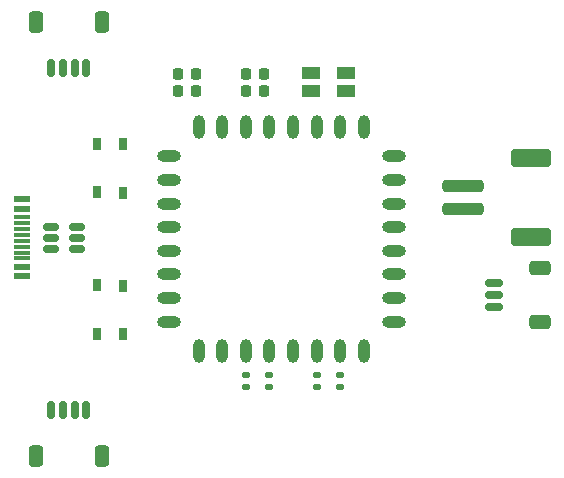
<source format=gbr>
%TF.GenerationSoftware,KiCad,Pcbnew,8.0.3-8.0.3-0~ubuntu23.10.1*%
%TF.CreationDate,2024-10-02T15:45:30-04:00*%
%TF.ProjectId,nPM1300-Stamp-Carrier,6e504d31-3330-4302-9d53-74616d702d43,rev?*%
%TF.SameCoordinates,Original*%
%TF.FileFunction,Paste,Top*%
%TF.FilePolarity,Positive*%
%FSLAX46Y46*%
G04 Gerber Fmt 4.6, Leading zero omitted, Abs format (unit mm)*
G04 Created by KiCad (PCBNEW 8.0.3-8.0.3-0~ubuntu23.10.1) date 2024-10-02 15:45:30*
%MOMM*%
%LPD*%
G01*
G04 APERTURE LIST*
G04 Aperture macros list*
%AMRoundRect*
0 Rectangle with rounded corners*
0 $1 Rounding radius*
0 $2 $3 $4 $5 $6 $7 $8 $9 X,Y pos of 4 corners*
0 Add a 4 corners polygon primitive as box body*
4,1,4,$2,$3,$4,$5,$6,$7,$8,$9,$2,$3,0*
0 Add four circle primitives for the rounded corners*
1,1,$1+$1,$2,$3*
1,1,$1+$1,$4,$5*
1,1,$1+$1,$6,$7*
1,1,$1+$1,$8,$9*
0 Add four rect primitives between the rounded corners*
20,1,$1+$1,$2,$3,$4,$5,0*
20,1,$1+$1,$4,$5,$6,$7,0*
20,1,$1+$1,$6,$7,$8,$9,0*
20,1,$1+$1,$8,$9,$2,$3,0*%
G04 Aperture macros list end*
%ADD10RoundRect,0.150000X0.150000X0.625000X-0.150000X0.625000X-0.150000X-0.625000X0.150000X-0.625000X0*%
%ADD11RoundRect,0.250000X0.350000X0.650000X-0.350000X0.650000X-0.350000X-0.650000X0.350000X-0.650000X0*%
%ADD12RoundRect,0.135000X-0.185000X0.135000X-0.185000X-0.135000X0.185000X-0.135000X0.185000X0.135000X0*%
%ADD13RoundRect,0.225000X-0.225000X-0.250000X0.225000X-0.250000X0.225000X0.250000X-0.225000X0.250000X0*%
%ADD14RoundRect,0.150000X0.625000X-0.150000X0.625000X0.150000X-0.625000X0.150000X-0.625000X-0.150000X0*%
%ADD15RoundRect,0.250000X0.650000X-0.350000X0.650000X0.350000X-0.650000X0.350000X-0.650000X-0.350000X0*%
%ADD16RoundRect,0.150000X-0.512500X-0.150000X0.512500X-0.150000X0.512500X0.150000X-0.512500X0.150000X0*%
%ADD17RoundRect,0.135000X0.185000X-0.135000X0.185000X0.135000X-0.185000X0.135000X-0.185000X-0.135000X0*%
%ADD18R,0.650000X1.050000*%
%ADD19RoundRect,0.225000X0.225000X0.250000X-0.225000X0.250000X-0.225000X-0.250000X0.225000X-0.250000X0*%
%ADD20O,2.000000X1.000000*%
%ADD21O,1.000000X2.000000*%
%ADD22RoundRect,0.150000X-0.150000X-0.625000X0.150000X-0.625000X0.150000X0.625000X-0.150000X0.625000X0*%
%ADD23RoundRect,0.250000X-0.350000X-0.650000X0.350000X-0.650000X0.350000X0.650000X-0.350000X0.650000X0*%
%ADD24R,1.500000X1.100000*%
%ADD25R,1.450000X0.600000*%
%ADD26R,1.450000X0.300000*%
%ADD27RoundRect,0.250000X1.500000X-0.250000X1.500000X0.250000X-1.500000X0.250000X-1.500000X-0.250000X0*%
%ADD28RoundRect,0.250001X1.449999X-0.499999X1.449999X0.499999X-1.449999X0.499999X-1.449999X-0.499999X0*%
G04 APERTURE END LIST*
D10*
%TO.C,J3*%
X142500000Y-88500000D03*
X141500000Y-88500000D03*
X140500000Y-88500000D03*
X139500000Y-88500000D03*
D11*
X143800000Y-84625000D03*
X138200000Y-84625000D03*
%TD*%
D12*
%TO.C,R1*%
X164000000Y-114490000D03*
X164000000Y-115510000D03*
%TD*%
D13*
%TO.C,C2*%
X156000000Y-89000000D03*
X157550000Y-89000000D03*
%TD*%
D14*
%TO.C,J5*%
X177025000Y-108725000D03*
X177025000Y-107725000D03*
X177025000Y-106725000D03*
D15*
X180900000Y-110025000D03*
X180900000Y-105425000D03*
%TD*%
D16*
%TO.C,U3*%
X139462500Y-101950000D03*
X139462500Y-102900000D03*
X139462500Y-103850000D03*
X141737500Y-103850000D03*
X141737500Y-102900000D03*
X141737500Y-101950000D03*
%TD*%
D17*
%TO.C,R4*%
X158000000Y-115510000D03*
X158000000Y-114490000D03*
%TD*%
D18*
%TO.C,SW1*%
X143425000Y-111075000D03*
X143425000Y-106925000D03*
X145575000Y-111075000D03*
X145575000Y-106950000D03*
%TD*%
D12*
%TO.C,R2*%
X162000000Y-114490000D03*
X162000000Y-115510000D03*
%TD*%
D19*
%TO.C,C3*%
X151775000Y-89000000D03*
X150225000Y-89000000D03*
%TD*%
%TO.C,C4*%
X151775000Y-90500000D03*
X150225000Y-90500000D03*
%TD*%
D17*
%TO.C,R3*%
X156000000Y-115510000D03*
X156000000Y-114490000D03*
%TD*%
D20*
%TO.C,U1*%
X149500000Y-96000000D03*
X149500000Y-98000000D03*
X149500000Y-100000000D03*
X149500000Y-102000000D03*
X149500000Y-104000000D03*
X149500000Y-106000000D03*
X149500000Y-108000000D03*
X149500000Y-110000000D03*
D21*
X152000000Y-112500000D03*
X154000000Y-112500000D03*
X156000000Y-112500000D03*
X158000000Y-112500000D03*
X160000000Y-112500000D03*
X162000000Y-112500000D03*
X164000000Y-112500000D03*
X166000000Y-112500000D03*
D20*
X168500000Y-110000000D03*
X168500000Y-108000000D03*
X168500000Y-106000000D03*
X168500000Y-104000000D03*
X168500000Y-102000000D03*
X168500000Y-100000000D03*
X168500000Y-98000000D03*
X168500000Y-96000000D03*
D21*
X166000000Y-93500000D03*
X164000000Y-93500000D03*
X162000000Y-93500000D03*
X160000000Y-93500000D03*
X158000000Y-93500000D03*
X156000000Y-93500000D03*
X154000000Y-93500000D03*
X152000000Y-93500000D03*
%TD*%
D22*
%TO.C,J2*%
X139500000Y-117500000D03*
X140500000Y-117500000D03*
X141500000Y-117500000D03*
X142500000Y-117500000D03*
D23*
X138200000Y-121375000D03*
X143800000Y-121375000D03*
%TD*%
D24*
%TO.C,D1*%
X164500000Y-90450000D03*
X161500000Y-90450000D03*
X161500000Y-88950000D03*
X164500000Y-88950000D03*
%TD*%
D25*
%TO.C,J1*%
X137045000Y-99650000D03*
X137045000Y-100450000D03*
D26*
X137045000Y-101650000D03*
X137045000Y-102650000D03*
X137045000Y-103150000D03*
X137045000Y-104150000D03*
D25*
X137045000Y-105350000D03*
X137045000Y-106150000D03*
X137045000Y-106150000D03*
X137045000Y-105350000D03*
D26*
X137045000Y-104650000D03*
X137045000Y-103650000D03*
X137045000Y-102150000D03*
X137045000Y-101150000D03*
D25*
X137045000Y-100450000D03*
X137045000Y-99650000D03*
%TD*%
D27*
%TO.C,J4*%
X174350000Y-100475000D03*
X174350000Y-98475000D03*
D28*
X180100000Y-102825000D03*
X180100000Y-96125000D03*
%TD*%
D13*
%TO.C,C1*%
X156000000Y-90500000D03*
X157550000Y-90500000D03*
%TD*%
D18*
%TO.C,SW2*%
X145575000Y-94925000D03*
X145575000Y-99075000D03*
X143425000Y-94925000D03*
X143425000Y-99050000D03*
%TD*%
M02*

</source>
